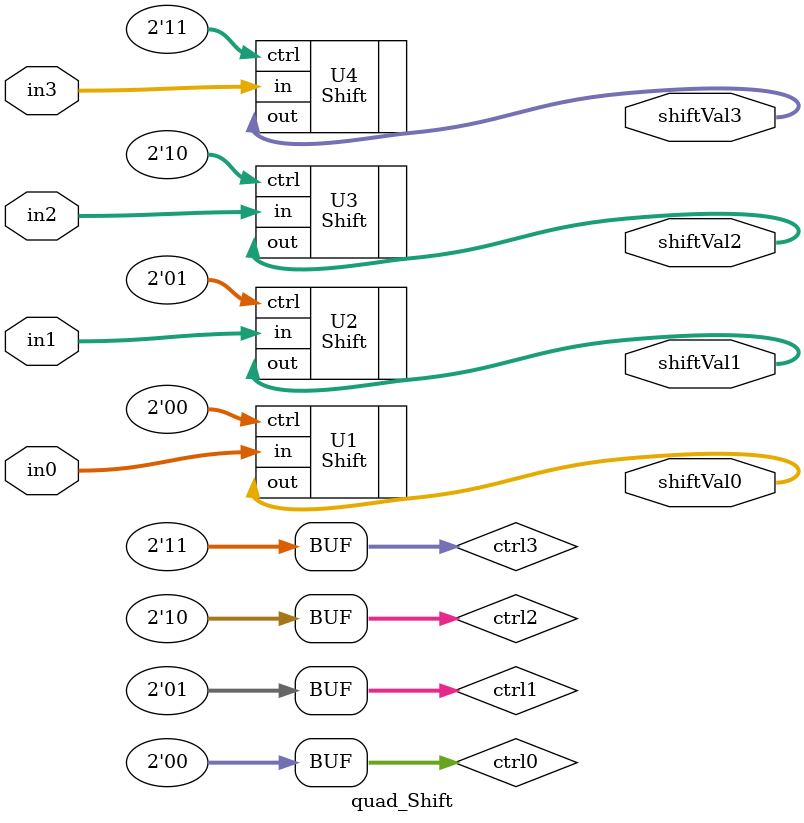
<source format=v>
`timescale 1ns / 1ps


module quad_Shift(input [7:0] in0, input [7:0] in1, input [7:0] in2, input [7:0] in3, output [7:0] shiftVal0, output [7:0] shiftVal1, output [7:0] shiftVal2, output [7:0] shiftVal3);
reg [1:0] ctrl3 = 2'd3;
reg [1:0] ctrl2 = 2'd2;
reg [1:0] ctrl1 = 2'd1;
reg [1:0] ctrl0 = 2'd0;

Shift U1 ( .ctrl(ctrl0), .in(in0), .out(shiftVal0));
Shift U2 ( .ctrl(ctrl1), .in(in1), .out(shiftVal1));
Shift U3 ( .ctrl(ctrl2), .in(in2), .out(shiftVal2));
Shift U4 ( .ctrl(ctrl3), .in(in3), .out(shiftVal3));
endmodule

</source>
